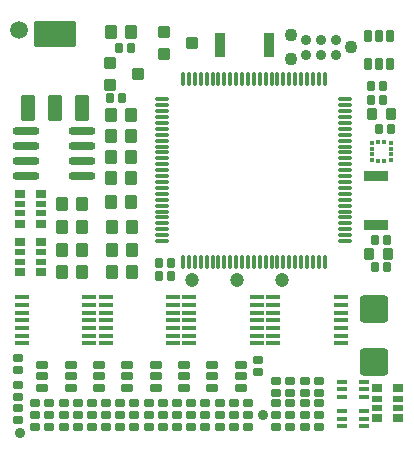
<source format=gts>
G04*
G04 #@! TF.GenerationSoftware,Altium Limited,Altium Designer,22.9.1 (49)*
G04*
G04 Layer_Color=8388736*
%FSLAX25Y25*%
%MOIN*%
G70*
G04*
G04 #@! TF.SameCoordinates,FBD9B802-E2C1-45FA-B2A8-6E124328931A*
G04*
G04*
G04 #@! TF.FilePolarity,Negative*
G04*
G01*
G75*
%ADD58O,0.05118X0.01260*%
%ADD59O,0.01260X0.05118*%
G04:AMPARAMS|DCode=60|XSize=43.31mil|YSize=47.24mil|CornerRadius=5.91mil|HoleSize=0mil|Usage=FLASHONLY|Rotation=0.000|XOffset=0mil|YOffset=0mil|HoleType=Round|Shape=RoundedRectangle|*
%AMROUNDEDRECTD60*
21,1,0.04331,0.03543,0,0,0.0*
21,1,0.03150,0.04724,0,0,0.0*
1,1,0.01181,0.01575,-0.01772*
1,1,0.01181,-0.01575,-0.01772*
1,1,0.01181,-0.01575,0.01772*
1,1,0.01181,0.01575,0.01772*
%
%ADD60ROUNDEDRECTD60*%
G04:AMPARAMS|DCode=61|XSize=27.56mil|YSize=39.37mil|CornerRadius=4.33mil|HoleSize=0mil|Usage=FLASHONLY|Rotation=180.000|XOffset=0mil|YOffset=0mil|HoleType=Round|Shape=RoundedRectangle|*
%AMROUNDEDRECTD61*
21,1,0.02756,0.03071,0,0,180.0*
21,1,0.01890,0.03937,0,0,180.0*
1,1,0.00866,-0.00945,0.01535*
1,1,0.00866,0.00945,0.01535*
1,1,0.00866,0.00945,-0.01535*
1,1,0.00866,-0.00945,-0.01535*
%
%ADD61ROUNDEDRECTD61*%
G04:AMPARAMS|DCode=62|XSize=31.5mil|YSize=27.56mil|CornerRadius=4.33mil|HoleSize=0mil|Usage=FLASHONLY|Rotation=90.000|XOffset=0mil|YOffset=0mil|HoleType=Round|Shape=RoundedRectangle|*
%AMROUNDEDRECTD62*
21,1,0.03150,0.01890,0,0,90.0*
21,1,0.02284,0.02756,0,0,90.0*
1,1,0.00866,0.00945,0.01142*
1,1,0.00866,0.00945,-0.01142*
1,1,0.00866,-0.00945,-0.01142*
1,1,0.00866,-0.00945,0.01142*
%
%ADD62ROUNDEDRECTD62*%
G04:AMPARAMS|DCode=63|XSize=29.53mil|YSize=35.43mil|CornerRadius=4.53mil|HoleSize=0mil|Usage=FLASHONLY|Rotation=270.000|XOffset=0mil|YOffset=0mil|HoleType=Round|Shape=RoundedRectangle|*
%AMROUNDEDRECTD63*
21,1,0.02953,0.02638,0,0,270.0*
21,1,0.02047,0.03543,0,0,270.0*
1,1,0.00906,-0.01319,-0.01024*
1,1,0.00906,-0.01319,0.01024*
1,1,0.00906,0.01319,0.01024*
1,1,0.00906,0.01319,-0.01024*
%
%ADD63ROUNDEDRECTD63*%
G04:AMPARAMS|DCode=64|XSize=21.65mil|YSize=35.43mil|CornerRadius=3.74mil|HoleSize=0mil|Usage=FLASHONLY|Rotation=270.000|XOffset=0mil|YOffset=0mil|HoleType=Round|Shape=RoundedRectangle|*
%AMROUNDEDRECTD64*
21,1,0.02165,0.02795,0,0,270.0*
21,1,0.01417,0.03543,0,0,270.0*
1,1,0.00748,-0.01398,-0.00709*
1,1,0.00748,-0.01398,0.00709*
1,1,0.00748,0.01398,0.00709*
1,1,0.00748,0.01398,-0.00709*
%
%ADD64ROUNDEDRECTD64*%
G04:AMPARAMS|DCode=65|XSize=31.5mil|YSize=40.16mil|CornerRadius=4.72mil|HoleSize=0mil|Usage=FLASHONLY|Rotation=0.000|XOffset=0mil|YOffset=0mil|HoleType=Round|Shape=RoundedRectangle|*
%AMROUNDEDRECTD65*
21,1,0.03150,0.03071,0,0,0.0*
21,1,0.02205,0.04016,0,0,0.0*
1,1,0.00945,0.01102,-0.01535*
1,1,0.00945,-0.01102,-0.01535*
1,1,0.00945,-0.01102,0.01535*
1,1,0.00945,0.01102,0.01535*
%
%ADD65ROUNDEDRECTD65*%
%ADD66C,0.03494*%
G04:AMPARAMS|DCode=67|XSize=31.5mil|YSize=27.56mil|CornerRadius=4.33mil|HoleSize=0mil|Usage=FLASHONLY|Rotation=180.000|XOffset=0mil|YOffset=0mil|HoleType=Round|Shape=RoundedRectangle|*
%AMROUNDEDRECTD67*
21,1,0.03150,0.01890,0,0,180.0*
21,1,0.02284,0.02756,0,0,180.0*
1,1,0.00866,-0.01142,0.00945*
1,1,0.00866,0.01142,0.00945*
1,1,0.00866,0.01142,-0.00945*
1,1,0.00866,-0.01142,-0.00945*
%
%ADD67ROUNDEDRECTD67*%
G04:AMPARAMS|DCode=68|XSize=27.56mil|YSize=39.37mil|CornerRadius=4.33mil|HoleSize=0mil|Usage=FLASHONLY|Rotation=270.000|XOffset=0mil|YOffset=0mil|HoleType=Round|Shape=RoundedRectangle|*
%AMROUNDEDRECTD68*
21,1,0.02756,0.03071,0,0,270.0*
21,1,0.01890,0.03937,0,0,270.0*
1,1,0.00866,-0.01535,-0.00945*
1,1,0.00866,-0.01535,0.00945*
1,1,0.00866,0.01535,0.00945*
1,1,0.00866,0.01535,-0.00945*
%
%ADD68ROUNDEDRECTD68*%
G04:AMPARAMS|DCode=69|XSize=90.55mil|YSize=94.49mil|CornerRadius=10.63mil|HoleSize=0mil|Usage=FLASHONLY|Rotation=90.000|XOffset=0mil|YOffset=0mil|HoleType=Round|Shape=RoundedRectangle|*
%AMROUNDEDRECTD69*
21,1,0.09055,0.07323,0,0,90.0*
21,1,0.06929,0.09449,0,0,90.0*
1,1,0.02126,0.03661,0.03465*
1,1,0.02126,0.03661,-0.03465*
1,1,0.02126,-0.03661,-0.03465*
1,1,0.02126,-0.03661,0.03465*
%
%ADD69ROUNDEDRECTD69*%
%ADD70C,0.03543*%
G04:AMPARAMS|DCode=71|XSize=35.43mil|YSize=82.68mil|CornerRadius=5.12mil|HoleSize=0mil|Usage=FLASHONLY|Rotation=0.000|XOffset=0mil|YOffset=0mil|HoleType=Round|Shape=RoundedRectangle|*
%AMROUNDEDRECTD71*
21,1,0.03543,0.07244,0,0,0.0*
21,1,0.02520,0.08268,0,0,0.0*
1,1,0.01024,0.01260,-0.03622*
1,1,0.01024,-0.01260,-0.03622*
1,1,0.01024,-0.01260,0.03622*
1,1,0.01024,0.01260,0.03622*
%
%ADD71ROUNDEDRECTD71*%
%ADD72O,0.04724X0.01575*%
%ADD73O,0.09055X0.02756*%
G04:AMPARAMS|DCode=74|XSize=16.54mil|YSize=35.43mil|CornerRadius=3.23mil|HoleSize=0mil|Usage=FLASHONLY|Rotation=90.000|XOffset=0mil|YOffset=0mil|HoleType=Round|Shape=RoundedRectangle|*
%AMROUNDEDRECTD74*
21,1,0.01654,0.02898,0,0,90.0*
21,1,0.01008,0.03543,0,0,90.0*
1,1,0.00646,0.01449,0.00504*
1,1,0.00646,0.01449,-0.00504*
1,1,0.00646,-0.01449,-0.00504*
1,1,0.00646,-0.01449,0.00504*
%
%ADD74ROUNDEDRECTD74*%
%ADD75R,0.01378X0.01772*%
%ADD76R,0.01772X0.01378*%
G04:AMPARAMS|DCode=77|XSize=39.37mil|YSize=41.34mil|CornerRadius=5.51mil|HoleSize=0mil|Usage=FLASHONLY|Rotation=270.000|XOffset=0mil|YOffset=0mil|HoleType=Round|Shape=RoundedRectangle|*
%AMROUNDEDRECTD77*
21,1,0.03937,0.03032,0,0,270.0*
21,1,0.02835,0.04134,0,0,270.0*
1,1,0.01102,-0.01516,-0.01417*
1,1,0.01102,-0.01516,0.01417*
1,1,0.01102,0.01516,0.01417*
1,1,0.01102,0.01516,-0.01417*
%
%ADD77ROUNDEDRECTD77*%
G04:AMPARAMS|DCode=78|XSize=39.37mil|YSize=41.34mil|CornerRadius=5.51mil|HoleSize=0mil|Usage=FLASHONLY|Rotation=270.000|XOffset=0mil|YOffset=0mil|HoleType=Round|Shape=RoundedRectangle|*
%AMROUNDEDRECTD78*
21,1,0.03937,0.03032,0,0,270.0*
21,1,0.02835,0.04134,0,0,270.0*
1,1,0.01102,-0.01516,-0.01417*
1,1,0.01102,-0.01516,0.01417*
1,1,0.01102,0.01516,0.01417*
1,1,0.01102,0.01516,-0.01417*
%
%ADD78ROUNDEDRECTD78*%
G04:AMPARAMS|DCode=79|XSize=47.24mil|YSize=88.58mil|CornerRadius=6.3mil|HoleSize=0mil|Usage=FLASHONLY|Rotation=0.000|XOffset=0mil|YOffset=0mil|HoleType=Round|Shape=RoundedRectangle|*
%AMROUNDEDRECTD79*
21,1,0.04724,0.07599,0,0,0.0*
21,1,0.03465,0.08858,0,0,0.0*
1,1,0.01260,0.01732,-0.03799*
1,1,0.01260,-0.01732,-0.03799*
1,1,0.01260,-0.01732,0.03799*
1,1,0.01260,0.01732,0.03799*
%
%ADD79ROUNDEDRECTD79*%
G04:AMPARAMS|DCode=80|XSize=47.24mil|YSize=88.58mil|CornerRadius=6.3mil|HoleSize=0mil|Usage=FLASHONLY|Rotation=0.000|XOffset=0mil|YOffset=0mil|HoleType=Round|Shape=RoundedRectangle|*
%AMROUNDEDRECTD80*
21,1,0.04724,0.07598,0,0,0.0*
21,1,0.03465,0.08858,0,0,0.0*
1,1,0.01260,0.01732,-0.03799*
1,1,0.01260,-0.01732,-0.03799*
1,1,0.01260,-0.01732,0.03799*
1,1,0.01260,0.01732,0.03799*
%
%ADD80ROUNDEDRECTD80*%
G04:AMPARAMS|DCode=81|XSize=141.73mil|YSize=88.58mil|CornerRadius=10.43mil|HoleSize=0mil|Usage=FLASHONLY|Rotation=0.000|XOffset=0mil|YOffset=0mil|HoleType=Round|Shape=RoundedRectangle|*
%AMROUNDEDRECTD81*
21,1,0.14173,0.06772,0,0,0.0*
21,1,0.12087,0.08858,0,0,0.0*
1,1,0.02087,0.06043,-0.03386*
1,1,0.02087,-0.06043,-0.03386*
1,1,0.02087,-0.06043,0.03386*
1,1,0.02087,0.06043,0.03386*
%
%ADD81ROUNDEDRECTD81*%
G04:AMPARAMS|DCode=82|XSize=35.43mil|YSize=82.68mil|CornerRadius=5.12mil|HoleSize=0mil|Usage=FLASHONLY|Rotation=90.000|XOffset=0mil|YOffset=0mil|HoleType=Round|Shape=RoundedRectangle|*
%AMROUNDEDRECTD82*
21,1,0.03543,0.07244,0,0,90.0*
21,1,0.02520,0.08268,0,0,90.0*
1,1,0.01024,0.03622,0.01260*
1,1,0.01024,0.03622,-0.01260*
1,1,0.01024,-0.03622,-0.01260*
1,1,0.01024,-0.03622,0.01260*
%
%ADD82ROUNDEDRECTD82*%
%ADD83C,0.04294*%
%ADD84C,0.04724*%
%ADD85C,0.05906*%
D58*
X113226Y112402D02*
D03*
X52202Y96653D02*
D03*
X113226Y114370D02*
D03*
Y110433D02*
D03*
Y108465D02*
D03*
Y106496D02*
D03*
Y104528D02*
D03*
Y102559D02*
D03*
Y100591D02*
D03*
Y98622D02*
D03*
Y96653D02*
D03*
Y94685D02*
D03*
Y92716D02*
D03*
Y90748D02*
D03*
Y88779D02*
D03*
Y86811D02*
D03*
Y84842D02*
D03*
Y82874D02*
D03*
Y80905D02*
D03*
Y78937D02*
D03*
Y76968D02*
D03*
Y75000D02*
D03*
Y73032D02*
D03*
Y71063D02*
D03*
Y69095D02*
D03*
Y67126D02*
D03*
X52202D02*
D03*
Y69095D02*
D03*
Y71063D02*
D03*
Y73032D02*
D03*
Y75000D02*
D03*
Y76968D02*
D03*
Y78937D02*
D03*
Y80905D02*
D03*
Y82874D02*
D03*
Y84842D02*
D03*
Y86811D02*
D03*
Y88779D02*
D03*
Y90748D02*
D03*
Y92716D02*
D03*
Y94685D02*
D03*
Y98622D02*
D03*
Y100591D02*
D03*
Y102559D02*
D03*
Y104528D02*
D03*
Y106496D02*
D03*
Y108465D02*
D03*
Y110433D02*
D03*
Y112402D02*
D03*
Y114370D02*
D03*
D59*
X61061Y60236D02*
D03*
X59092Y121260D02*
D03*
X61061D02*
D03*
X63029D02*
D03*
X64998D02*
D03*
X66966D02*
D03*
X68935D02*
D03*
X70903D02*
D03*
X72872D02*
D03*
X74840D02*
D03*
X76809D02*
D03*
X78777D02*
D03*
X80746D02*
D03*
X82714D02*
D03*
X84683D02*
D03*
X86651D02*
D03*
X88620D02*
D03*
X90588D02*
D03*
X92557D02*
D03*
X94525D02*
D03*
X96494D02*
D03*
X98462D02*
D03*
X100431D02*
D03*
X102399D02*
D03*
X104368D02*
D03*
X106336D02*
D03*
Y60236D02*
D03*
X104368D02*
D03*
X102399D02*
D03*
X100431D02*
D03*
X98462D02*
D03*
X96494D02*
D03*
X94525D02*
D03*
X92557D02*
D03*
X90588D02*
D03*
X88620D02*
D03*
X86651D02*
D03*
X84683D02*
D03*
X82714D02*
D03*
X80746D02*
D03*
X78777D02*
D03*
X76809D02*
D03*
X74840D02*
D03*
X72872D02*
D03*
X70903D02*
D03*
X68935D02*
D03*
X66966D02*
D03*
X64998D02*
D03*
X63029D02*
D03*
X59092D02*
D03*
D60*
X41745Y88051D02*
D03*
X35052Y88051D02*
D03*
Y95138D02*
D03*
X41745D02*
D03*
Y102224D02*
D03*
X35052D02*
D03*
Y109311D02*
D03*
X41745D02*
D03*
X35052Y80074D02*
D03*
X41745D02*
D03*
X18843Y79526D02*
D03*
X25536Y79526D02*
D03*
X35529Y71914D02*
D03*
X42222Y71914D02*
D03*
X18843D02*
D03*
X25536D02*
D03*
X35529Y64303D02*
D03*
X42222D02*
D03*
X18843D02*
D03*
X25536D02*
D03*
X35529Y56691D02*
D03*
X42222Y56691D02*
D03*
X18843Y56691D02*
D03*
X25536D02*
D03*
X35052Y136811D02*
D03*
X41745D02*
D03*
D61*
X128150Y125984D02*
D03*
X124409D02*
D03*
X120669D02*
D03*
Y135433D02*
D03*
X128150D02*
D03*
X124409D02*
D03*
D62*
X55099Y55545D02*
D03*
X51162D02*
D03*
X128328Y104626D02*
D03*
X124390D02*
D03*
X121923Y118898D02*
D03*
X125859D02*
D03*
X121923Y114173D02*
D03*
X125859D02*
D03*
X126965Y58587D02*
D03*
X123028D02*
D03*
X126965Y67642D02*
D03*
X123028D02*
D03*
X41787Y131411D02*
D03*
X37850D02*
D03*
X51181Y59841D02*
D03*
X55118D02*
D03*
X38647Y114696D02*
D03*
X34710D02*
D03*
D63*
X123622Y8051D02*
D03*
X130709D02*
D03*
Y18090D02*
D03*
X123622Y18090D02*
D03*
X11811Y56791D02*
D03*
X4724D02*
D03*
Y66831D02*
D03*
X11811D02*
D03*
Y82973D02*
D03*
X4724D02*
D03*
Y72933D02*
D03*
X11811D02*
D03*
D64*
X130709Y14646D02*
D03*
X130709Y11496D02*
D03*
X123622D02*
D03*
X123622Y14646D02*
D03*
X11811Y60236D02*
D03*
Y63386D02*
D03*
X4724D02*
D03*
Y60236D02*
D03*
Y76378D02*
D03*
Y79528D02*
D03*
X11811D02*
D03*
Y76378D02*
D03*
D65*
X127359Y62957D02*
D03*
X121059D02*
D03*
X122119Y109398D02*
D03*
X128419D02*
D03*
D66*
X100118Y129193D02*
D03*
Y134193D02*
D03*
X105118Y129193D02*
D03*
X105118Y134193D02*
D03*
X110118Y129193D02*
D03*
Y134193D02*
D03*
D67*
X4134Y7480D02*
D03*
Y11417D02*
D03*
X94882Y20472D02*
D03*
Y16535D02*
D03*
X28740Y5118D02*
D03*
Y9055D02*
D03*
X42913Y5118D02*
D03*
X42913Y9055D02*
D03*
X61811D02*
D03*
Y12992D02*
D03*
Y9055D02*
D03*
Y5118D02*
D03*
X75984Y9055D02*
D03*
Y12992D02*
D03*
X83948Y27452D02*
D03*
Y23515D02*
D03*
X4134Y24213D02*
D03*
Y28150D02*
D03*
X104331Y20472D02*
D03*
Y16535D02*
D03*
X99606Y20472D02*
D03*
Y16535D02*
D03*
X90158Y20472D02*
D03*
Y16535D02*
D03*
X9843Y12992D02*
D03*
Y9055D02*
D03*
X14567Y12992D02*
D03*
Y9055D02*
D03*
X19291Y12992D02*
D03*
Y9055D02*
D03*
X24016Y12992D02*
D03*
Y9055D02*
D03*
X9843Y5118D02*
D03*
Y9055D02*
D03*
X14567Y5118D02*
D03*
Y9055D02*
D03*
X19291Y5118D02*
D03*
Y9055D02*
D03*
X24016Y5118D02*
D03*
Y9055D02*
D03*
X28740Y12992D02*
D03*
Y9055D02*
D03*
X33465Y12992D02*
D03*
Y9055D02*
D03*
X38189Y12992D02*
D03*
Y9055D02*
D03*
X42913Y12992D02*
D03*
Y9055D02*
D03*
X33465Y5118D02*
D03*
X33465Y9055D02*
D03*
X38189Y5118D02*
D03*
Y9055D02*
D03*
X47638D02*
D03*
Y12992D02*
D03*
X52362Y9055D02*
D03*
Y12992D02*
D03*
X57087Y9055D02*
D03*
Y12992D02*
D03*
X47638Y9055D02*
D03*
Y5118D02*
D03*
X52362Y9055D02*
D03*
Y5118D02*
D03*
X57087Y9055D02*
D03*
Y5118D02*
D03*
X66536Y9055D02*
D03*
Y12992D02*
D03*
X71260Y9055D02*
D03*
Y12992D02*
D03*
X80709Y9055D02*
D03*
Y12992D02*
D03*
X66536Y9055D02*
D03*
Y5118D02*
D03*
X71260Y9055D02*
D03*
Y5118D02*
D03*
X75984Y9055D02*
D03*
Y5118D02*
D03*
X80709Y9055D02*
D03*
Y5118D02*
D03*
X90158Y12992D02*
D03*
Y9055D02*
D03*
X94882Y12992D02*
D03*
Y9055D02*
D03*
X99606Y12992D02*
D03*
Y9055D02*
D03*
X104331Y12992D02*
D03*
Y9055D02*
D03*
X90158D02*
D03*
Y5118D02*
D03*
X94882Y9055D02*
D03*
Y5118D02*
D03*
X99606Y9055D02*
D03*
Y5118D02*
D03*
X104331Y9055D02*
D03*
Y5118D02*
D03*
X4134Y15157D02*
D03*
Y19094D02*
D03*
D68*
X31102Y25787D02*
D03*
X31102Y18307D02*
D03*
X40551Y18307D02*
D03*
Y22047D02*
D03*
Y25787D02*
D03*
X31102Y22047D02*
D03*
X12205Y25787D02*
D03*
X12205Y18307D02*
D03*
X21654D02*
D03*
Y22047D02*
D03*
X21654Y25787D02*
D03*
X12205Y22047D02*
D03*
X50000Y25787D02*
D03*
X50000Y18307D02*
D03*
X59449Y18307D02*
D03*
Y22047D02*
D03*
Y25787D02*
D03*
X50000Y22047D02*
D03*
X68898Y25787D02*
D03*
Y18307D02*
D03*
X78347D02*
D03*
Y22047D02*
D03*
Y25787D02*
D03*
X68898Y22047D02*
D03*
D69*
X122821Y44513D02*
D03*
Y26797D02*
D03*
D70*
X85630Y9055D02*
D03*
X4724Y3150D02*
D03*
D71*
X71259Y132340D02*
D03*
X87794D02*
D03*
D72*
X83661Y33071D02*
D03*
Y35630D02*
D03*
X83661Y38189D02*
D03*
X83661Y40748D02*
D03*
X83661Y45866D02*
D03*
X83661Y48425D02*
D03*
X61221Y33071D02*
D03*
Y35630D02*
D03*
X61221Y38189D02*
D03*
X61221Y40748D02*
D03*
Y43307D02*
D03*
Y45866D02*
D03*
Y48425D02*
D03*
X83661Y43307D02*
D03*
X89173Y48425D02*
D03*
X89173Y45866D02*
D03*
X89173Y43307D02*
D03*
Y40748D02*
D03*
X89173Y38189D02*
D03*
X89173Y35630D02*
D03*
Y33071D02*
D03*
X111614Y48425D02*
D03*
X111614Y45866D02*
D03*
X111614Y43307D02*
D03*
Y40748D02*
D03*
X111614Y38189D02*
D03*
X111614Y35630D02*
D03*
Y33071D02*
D03*
X55709D02*
D03*
Y35630D02*
D03*
Y38189D02*
D03*
Y40748D02*
D03*
Y45866D02*
D03*
Y48425D02*
D03*
X33268Y33071D02*
D03*
Y35630D02*
D03*
Y40748D02*
D03*
Y43307D02*
D03*
Y45866D02*
D03*
Y48425D02*
D03*
Y38189D02*
D03*
X55709Y43307D02*
D03*
X27756Y33071D02*
D03*
Y35630D02*
D03*
Y38189D02*
D03*
Y40748D02*
D03*
Y45866D02*
D03*
Y48425D02*
D03*
X5315Y33071D02*
D03*
Y35630D02*
D03*
Y38189D02*
D03*
Y40748D02*
D03*
Y43307D02*
D03*
Y45866D02*
D03*
Y48425D02*
D03*
X27756Y43307D02*
D03*
D73*
X25591Y88959D02*
D03*
X25591Y98959D02*
D03*
X25591Y103959D02*
D03*
X6693Y93959D02*
D03*
X6693Y98959D02*
D03*
X6693Y103959D02*
D03*
Y88959D02*
D03*
X25591Y93959D02*
D03*
D74*
X111930Y17653D02*
D03*
Y20213D02*
D03*
Y15094D02*
D03*
X119410Y20213D02*
D03*
X119410Y17653D02*
D03*
X119410Y15094D02*
D03*
X111930Y7909D02*
D03*
X119410Y5350D02*
D03*
Y7909D02*
D03*
Y10469D02*
D03*
X111930Y5350D02*
D03*
Y10469D02*
D03*
D75*
X126151Y100125D02*
D03*
X124182D02*
D03*
Y93826D02*
D03*
X126151D02*
D03*
D76*
X128316Y97960D02*
D03*
Y99928D02*
D03*
X122017Y94023D02*
D03*
Y99928D02*
D03*
Y95991D02*
D03*
Y97960D02*
D03*
X128316Y94023D02*
D03*
Y95991D02*
D03*
D77*
X44165Y122822D02*
D03*
X34913Y126562D02*
D03*
X62087Y133071D02*
D03*
X52835Y136811D02*
D03*
D78*
X34913Y119082D02*
D03*
X52835Y129331D02*
D03*
D79*
X16339Y111600D02*
D03*
D80*
X25394D02*
D03*
X7283D02*
D03*
D81*
X16339Y136010D02*
D03*
D82*
X123411Y72441D02*
D03*
Y88976D02*
D03*
D83*
X95118Y135693D02*
D03*
Y127693D02*
D03*
X115118Y131693D02*
D03*
D84*
X92126Y54134D02*
D03*
X77126D02*
D03*
X62126D02*
D03*
D85*
X4331Y137402D02*
D03*
M02*

</source>
